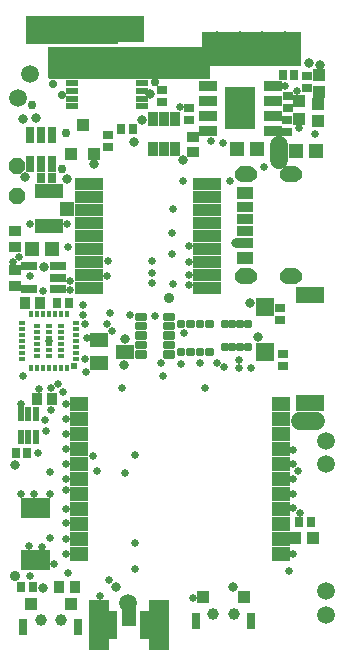
<source format=gbr>
G04 EAGLE Gerber RS-274X export*
G75*
%MOMM*%
%FSLAX34Y34*%
%LPD*%
%INSoldermask Top*%
%IPPOS*%
%AMOC8*
5,1,8,0,0,1.08239X$1,22.5*%
G01*
%ADD10R,5.446250X2.291250*%
%ADD11R,7.778750X2.381250*%
%ADD12R,0.903200X1.103200*%
%ADD13R,0.803200X0.903200*%
%ADD14R,0.803200X1.403200*%
%ADD15R,1.103200X1.003200*%
%ADD16C,1.003200*%
%ADD17R,1.003200X1.003200*%
%ADD18R,1.503200X0.903200*%
%ADD19R,2.603200X3.603200*%
%ADD20R,1.053200X0.503200*%
%ADD21R,0.820000X1.203200*%
%ADD22R,1.303200X1.203200*%
%ADD23R,1.103200X0.903200*%
%ADD24R,0.903200X0.803200*%
%ADD25R,1.374100X0.792300*%
%ADD26R,0.749000X1.453000*%
%ADD27P,1.429621X8X112.500000*%
%ADD28C,0.313534*%
%ADD29R,1.727200X4.267200*%
%ADD30R,1.219200X2.235200*%
%ADD31R,0.914400X2.336800*%
%ADD32R,1.603200X1.203200*%
%ADD33R,1.615000X1.235000*%
%ADD34R,0.600000X0.300000*%
%ADD35R,0.300000X0.600000*%
%ADD36R,0.500000X0.500000*%
%ADD37R,1.403200X1.003200*%
%ADD38R,1.403200X0.963200*%
%ADD39R,1.403200X0.903200*%
%ADD40R,0.613200X1.191600*%
%ADD41R,2.432300X1.341200*%
%ADD42R,1.603200X1.603200*%
%ADD43C,0.330503*%
%ADD44C,0.253150*%
%ADD45R,2.415000X1.035000*%
%ADD46R,2.403200X1.253200*%
%ADD47R,1.253200X1.203200*%
%ADD48R,1.203200X1.303200*%
%ADD49R,0.503200X1.653200*%
%ADD50C,1.524000*%
%ADD51R,0.653200X0.653200*%
%ADD52C,0.653200*%
%ADD53C,0.753200*%
%ADD54C,0.703200*%
%ADD55C,1.508000*%
%ADD56C,0.803200*%
%ADD57C,0.903200*%

G36*
X170635Y484523D02*
X170635Y484523D01*
X170710Y484536D01*
X170720Y484543D01*
X170730Y484545D01*
X170759Y484569D01*
X170830Y484617D01*
X171719Y485506D01*
X171759Y485571D01*
X171803Y485633D01*
X171805Y485645D01*
X171810Y485653D01*
X171814Y485690D01*
X171830Y485775D01*
X171830Y494920D01*
X247650Y494920D01*
X247724Y494937D01*
X247799Y494950D01*
X247809Y494957D01*
X247819Y494959D01*
X247848Y494983D01*
X247919Y495031D01*
X248300Y495412D01*
X248313Y495434D01*
X248333Y495450D01*
X248353Y495495D01*
X248384Y495539D01*
X248386Y495551D01*
X248391Y495559D01*
X248394Y495586D01*
X248404Y495608D01*
X248402Y495636D01*
X248411Y495681D01*
X248411Y523875D01*
X248400Y523925D01*
X248398Y523976D01*
X248380Y524008D01*
X248372Y524044D01*
X248339Y524083D01*
X248315Y524128D01*
X248285Y524149D01*
X248262Y524177D01*
X248215Y524198D01*
X248173Y524228D01*
X248131Y524236D01*
X248103Y524248D01*
X248073Y524247D01*
X248031Y524255D01*
X165735Y524255D01*
X165685Y524244D01*
X165634Y524242D01*
X165602Y524224D01*
X165566Y524216D01*
X165527Y524183D01*
X165482Y524159D01*
X165461Y524129D01*
X165433Y524106D01*
X165412Y524059D01*
X165382Y524017D01*
X165374Y523975D01*
X165362Y523947D01*
X165363Y523917D01*
X165355Y523875D01*
X165355Y511555D01*
X34925Y511555D01*
X34875Y511544D01*
X34824Y511542D01*
X34792Y511524D01*
X34756Y511516D01*
X34717Y511483D01*
X34672Y511459D01*
X34651Y511429D01*
X34623Y511406D01*
X34602Y511359D01*
X34572Y511317D01*
X34564Y511275D01*
X34552Y511247D01*
X34553Y511217D01*
X34545Y511175D01*
X34545Y486410D01*
X34560Y486346D01*
X34561Y486306D01*
X34570Y486290D01*
X34575Y486261D01*
X34582Y486251D01*
X34584Y486241D01*
X34608Y486212D01*
X34630Y486179D01*
X34644Y486154D01*
X34650Y486150D01*
X34656Y486141D01*
X36180Y484617D01*
X36245Y484577D01*
X36307Y484533D01*
X36319Y484531D01*
X36327Y484526D01*
X36364Y484522D01*
X36449Y484506D01*
X170561Y484506D01*
X170635Y484523D01*
G37*
G36*
X243159Y397333D02*
X243159Y397333D01*
X243161Y397331D01*
X244429Y397456D01*
X244434Y397461D01*
X244438Y397458D01*
X245658Y397828D01*
X245662Y397834D01*
X245667Y397831D01*
X246790Y398432D01*
X246793Y398439D01*
X246798Y398437D01*
X247783Y399246D01*
X247785Y399253D01*
X247790Y399253D01*
X248599Y400238D01*
X248599Y400245D01*
X248604Y400246D01*
X249205Y401369D01*
X249204Y401377D01*
X249208Y401378D01*
X249578Y402598D01*
X249576Y402604D01*
X249580Y402607D01*
X249705Y403875D01*
X249701Y403881D01*
X249705Y403885D01*
X249580Y405153D01*
X249575Y405158D01*
X249578Y405162D01*
X249208Y406382D01*
X249203Y406386D01*
X249205Y406391D01*
X248604Y407514D01*
X248597Y407517D01*
X248599Y407522D01*
X247790Y408507D01*
X247783Y408509D01*
X247783Y408514D01*
X246798Y409323D01*
X246791Y409323D01*
X246790Y409328D01*
X245667Y409929D01*
X245660Y409928D01*
X245658Y409932D01*
X244438Y410302D01*
X244432Y410300D01*
X244429Y410304D01*
X243161Y410429D01*
X243158Y410427D01*
X243156Y410429D01*
X237156Y410429D01*
X237153Y410427D01*
X237151Y410429D01*
X235883Y410304D01*
X235878Y410299D01*
X235874Y410302D01*
X234654Y409932D01*
X234650Y409927D01*
X234645Y409929D01*
X233522Y409328D01*
X233519Y409321D01*
X233514Y409323D01*
X232529Y408514D01*
X232527Y408507D01*
X232522Y408507D01*
X231713Y407522D01*
X231713Y407515D01*
X231708Y407514D01*
X231107Y406391D01*
X231108Y406384D01*
X231104Y406382D01*
X230734Y405162D01*
X230736Y405156D01*
X230732Y405153D01*
X230607Y403885D01*
X230611Y403879D01*
X230607Y403875D01*
X230732Y402607D01*
X230737Y402602D01*
X230734Y402598D01*
X231104Y401378D01*
X231110Y401374D01*
X231107Y401369D01*
X231708Y400246D01*
X231715Y400243D01*
X231713Y400238D01*
X232522Y399253D01*
X232529Y399251D01*
X232529Y399246D01*
X233514Y398437D01*
X233521Y398437D01*
X233522Y398432D01*
X234645Y397831D01*
X234653Y397832D01*
X234654Y397828D01*
X235874Y397458D01*
X235880Y397460D01*
X235883Y397456D01*
X237151Y397331D01*
X237154Y397333D01*
X237156Y397331D01*
X243156Y397331D01*
X243159Y397333D01*
G37*
G36*
X205159Y397333D02*
X205159Y397333D01*
X205161Y397331D01*
X206429Y397456D01*
X206434Y397461D01*
X206438Y397458D01*
X207658Y397828D01*
X207662Y397834D01*
X207667Y397831D01*
X208790Y398432D01*
X208793Y398439D01*
X208798Y398437D01*
X209783Y399246D01*
X209785Y399253D01*
X209790Y399253D01*
X210599Y400238D01*
X210599Y400245D01*
X210604Y400246D01*
X211205Y401369D01*
X211204Y401377D01*
X211208Y401378D01*
X211578Y402598D01*
X211576Y402604D01*
X211580Y402607D01*
X211705Y403875D01*
X211701Y403881D01*
X211705Y403885D01*
X211580Y405153D01*
X211575Y405158D01*
X211578Y405162D01*
X211208Y406382D01*
X211203Y406386D01*
X211205Y406391D01*
X210604Y407514D01*
X210597Y407517D01*
X210599Y407522D01*
X209790Y408507D01*
X209783Y408509D01*
X209783Y408514D01*
X208798Y409323D01*
X208791Y409323D01*
X208790Y409328D01*
X207667Y409929D01*
X207660Y409928D01*
X207658Y409932D01*
X206438Y410302D01*
X206432Y410300D01*
X206429Y410304D01*
X205161Y410429D01*
X205158Y410427D01*
X205156Y410429D01*
X199156Y410429D01*
X199153Y410427D01*
X199151Y410429D01*
X197883Y410304D01*
X197878Y410299D01*
X197874Y410302D01*
X196654Y409932D01*
X196650Y409927D01*
X196645Y409929D01*
X195522Y409328D01*
X195519Y409321D01*
X195514Y409323D01*
X194529Y408514D01*
X194527Y408507D01*
X194522Y408507D01*
X193713Y407522D01*
X193713Y407515D01*
X193708Y407514D01*
X193107Y406391D01*
X193108Y406384D01*
X193104Y406382D01*
X192734Y405162D01*
X192736Y405156D01*
X192732Y405153D01*
X192607Y403885D01*
X192611Y403879D01*
X192607Y403875D01*
X192732Y402607D01*
X192737Y402602D01*
X192734Y402598D01*
X193104Y401378D01*
X193110Y401374D01*
X193107Y401369D01*
X193708Y400246D01*
X193715Y400243D01*
X193713Y400238D01*
X194522Y399253D01*
X194529Y399251D01*
X194529Y399246D01*
X195514Y398437D01*
X195521Y398437D01*
X195522Y398432D01*
X196645Y397831D01*
X196653Y397832D01*
X196654Y397828D01*
X197874Y397458D01*
X197880Y397460D01*
X197883Y397456D01*
X199151Y397331D01*
X199154Y397333D01*
X199156Y397331D01*
X205156Y397331D01*
X205159Y397333D01*
G37*
G36*
X205159Y310933D02*
X205159Y310933D01*
X205161Y310931D01*
X206429Y311056D01*
X206434Y311061D01*
X206438Y311058D01*
X207658Y311428D01*
X207662Y311434D01*
X207667Y311431D01*
X208790Y312032D01*
X208793Y312039D01*
X208798Y312037D01*
X209783Y312846D01*
X209785Y312853D01*
X209790Y312853D01*
X210599Y313838D01*
X210599Y313845D01*
X210604Y313846D01*
X211205Y314969D01*
X211204Y314977D01*
X211208Y314978D01*
X211578Y316198D01*
X211576Y316204D01*
X211580Y316207D01*
X211705Y317475D01*
X211701Y317481D01*
X211705Y317485D01*
X211580Y318753D01*
X211575Y318758D01*
X211578Y318762D01*
X211208Y319982D01*
X211203Y319986D01*
X211205Y319991D01*
X210604Y321114D01*
X210597Y321117D01*
X210599Y321122D01*
X209790Y322107D01*
X209783Y322109D01*
X209783Y322114D01*
X208798Y322923D01*
X208791Y322923D01*
X208790Y322928D01*
X207667Y323529D01*
X207660Y323528D01*
X207658Y323532D01*
X206438Y323902D01*
X206432Y323900D01*
X206429Y323904D01*
X205161Y324029D01*
X205158Y324027D01*
X205156Y324029D01*
X199156Y324029D01*
X199153Y324027D01*
X199151Y324029D01*
X197883Y323904D01*
X197878Y323899D01*
X197874Y323902D01*
X196654Y323532D01*
X196650Y323527D01*
X196645Y323529D01*
X195522Y322928D01*
X195519Y322921D01*
X195514Y322923D01*
X194529Y322114D01*
X194527Y322107D01*
X194522Y322107D01*
X193713Y321122D01*
X193713Y321115D01*
X193708Y321114D01*
X193107Y319991D01*
X193108Y319984D01*
X193104Y319982D01*
X192734Y318762D01*
X192736Y318756D01*
X192732Y318753D01*
X192607Y317485D01*
X192611Y317479D01*
X192607Y317475D01*
X192732Y316207D01*
X192737Y316202D01*
X192734Y316198D01*
X193104Y314978D01*
X193110Y314974D01*
X193107Y314969D01*
X193708Y313846D01*
X193715Y313843D01*
X193713Y313838D01*
X194522Y312853D01*
X194529Y312851D01*
X194529Y312846D01*
X195514Y312037D01*
X195521Y312037D01*
X195522Y312032D01*
X196645Y311431D01*
X196653Y311432D01*
X196654Y311428D01*
X197874Y311058D01*
X197880Y311060D01*
X197883Y311056D01*
X199151Y310931D01*
X199154Y310933D01*
X199156Y310931D01*
X205156Y310931D01*
X205159Y310933D01*
G37*
G36*
X243159Y310933D02*
X243159Y310933D01*
X243161Y310931D01*
X244429Y311056D01*
X244434Y311061D01*
X244438Y311058D01*
X245658Y311428D01*
X245662Y311434D01*
X245667Y311431D01*
X246790Y312032D01*
X246793Y312039D01*
X246798Y312037D01*
X247783Y312846D01*
X247785Y312853D01*
X247790Y312853D01*
X248599Y313838D01*
X248599Y313845D01*
X248604Y313846D01*
X249205Y314969D01*
X249204Y314977D01*
X249208Y314978D01*
X249578Y316198D01*
X249576Y316204D01*
X249580Y316207D01*
X249705Y317475D01*
X249701Y317481D01*
X249705Y317485D01*
X249580Y318753D01*
X249575Y318758D01*
X249578Y318762D01*
X249208Y319982D01*
X249203Y319986D01*
X249205Y319991D01*
X248604Y321114D01*
X248597Y321117D01*
X248599Y321122D01*
X247790Y322107D01*
X247783Y322109D01*
X247783Y322114D01*
X246798Y322923D01*
X246791Y322923D01*
X246790Y322928D01*
X245667Y323529D01*
X245660Y323528D01*
X245658Y323532D01*
X244438Y323902D01*
X244432Y323900D01*
X244429Y323904D01*
X243161Y324029D01*
X243158Y324027D01*
X243156Y324029D01*
X237156Y324029D01*
X237153Y324027D01*
X237151Y324029D01*
X235883Y323904D01*
X235878Y323899D01*
X235874Y323902D01*
X234654Y323532D01*
X234650Y323527D01*
X234645Y323529D01*
X233522Y322928D01*
X233519Y322921D01*
X233514Y322923D01*
X232529Y322114D01*
X232527Y322107D01*
X232522Y322107D01*
X231713Y321122D01*
X231713Y321115D01*
X231708Y321114D01*
X231107Y319991D01*
X231108Y319984D01*
X231104Y319982D01*
X230734Y318762D01*
X230736Y318756D01*
X230732Y318753D01*
X230607Y317485D01*
X230611Y317479D01*
X230607Y317475D01*
X230732Y316207D01*
X230737Y316202D01*
X230734Y316198D01*
X231104Y314978D01*
X231110Y314974D01*
X231107Y314969D01*
X231708Y313846D01*
X231715Y313843D01*
X231713Y313838D01*
X232522Y312853D01*
X232529Y312851D01*
X232529Y312846D01*
X233514Y312037D01*
X233521Y312037D01*
X233522Y312032D01*
X234645Y311431D01*
X234653Y311432D01*
X234654Y311428D01*
X235874Y311058D01*
X235880Y311060D01*
X235883Y311056D01*
X237151Y310931D01*
X237154Y310933D01*
X237156Y310931D01*
X243156Y310931D01*
X243159Y310933D01*
G37*
D10*
X89164Y526325D03*
D11*
X54578Y526002D03*
D12*
X24933Y213170D03*
X37933Y213170D03*
D13*
X7129Y167513D03*
X17129Y167513D03*
D14*
X59767Y20035D03*
X13767Y20035D03*
D15*
X53767Y40035D03*
X19767Y40035D03*
D16*
X45267Y26035D03*
X28267Y26035D03*
D13*
X257222Y109474D03*
X247222Y109474D03*
D17*
X243770Y95631D03*
X258770Y95631D03*
D18*
X169985Y478536D03*
X169985Y465836D03*
X169985Y453136D03*
X169985Y440436D03*
X224985Y440436D03*
X224985Y453136D03*
X224985Y465836D03*
X224985Y478536D03*
D19*
X197485Y459486D03*
D20*
X54942Y480666D03*
X54942Y474166D03*
X54942Y467666D03*
X54942Y461166D03*
X114042Y461166D03*
X114042Y467666D03*
X114042Y474166D03*
X114042Y480666D03*
D21*
X142469Y450092D03*
X132969Y450092D03*
X123469Y450092D03*
X123469Y425446D03*
X132969Y425446D03*
X142469Y425446D03*
D22*
X261294Y423482D03*
X244294Y423482D03*
D23*
X157734Y435316D03*
X157734Y422316D03*
D24*
X237300Y439246D03*
X237300Y449246D03*
X237490Y460138D03*
X237490Y470138D03*
X130747Y475218D03*
X130747Y465218D03*
D22*
X211383Y425387D03*
X194383Y425387D03*
D17*
X247460Y465589D03*
X247460Y450589D03*
X263144Y463367D03*
X263144Y448367D03*
D13*
X96791Y441960D03*
X106791Y441960D03*
X233189Y487426D03*
X243189Y487426D03*
D25*
X43309Y306571D03*
X43309Y316071D03*
X43309Y325571D03*
X18317Y325571D03*
X18317Y306571D03*
D23*
X6541Y342369D03*
X6541Y355369D03*
D26*
X19012Y412189D03*
X28512Y412189D03*
X38012Y412189D03*
X38012Y437315D03*
X28512Y437315D03*
X19012Y437315D03*
D13*
X28338Y400685D03*
X38338Y400685D03*
D24*
X154242Y459533D03*
X154242Y449533D03*
D27*
X8001Y385001D03*
X8001Y410401D03*
D23*
X6541Y322476D03*
X6541Y309476D03*
D12*
X28090Y294640D03*
X15090Y294640D03*
D24*
X254064Y476521D03*
X254064Y486521D03*
D17*
X263716Y487941D03*
X263716Y472941D03*
D28*
X188853Y259280D02*
X188853Y255482D01*
X188853Y259280D02*
X192251Y259280D01*
X192251Y255482D01*
X188853Y255482D01*
X188853Y258460D02*
X192251Y258460D01*
X195353Y259280D02*
X195353Y255482D01*
X195353Y259280D02*
X198751Y259280D01*
X198751Y255482D01*
X195353Y255482D01*
X195353Y258460D02*
X198751Y258460D01*
X201853Y259280D02*
X201853Y255482D01*
X201853Y259280D02*
X205251Y259280D01*
X205251Y255482D01*
X201853Y255482D01*
X201853Y258460D02*
X205251Y258460D01*
X182353Y259280D02*
X182353Y255482D01*
X182353Y259280D02*
X185751Y259280D01*
X185751Y255482D01*
X182353Y255482D01*
X182353Y258460D02*
X185751Y258460D01*
X188853Y274882D02*
X188853Y278680D01*
X192251Y278680D01*
X192251Y274882D01*
X188853Y274882D01*
X188853Y277860D02*
X192251Y277860D01*
X195353Y278680D02*
X195353Y274882D01*
X195353Y278680D02*
X198751Y278680D01*
X198751Y274882D01*
X195353Y274882D01*
X195353Y277860D02*
X198751Y277860D01*
X201853Y278680D02*
X201853Y274882D01*
X201853Y278680D02*
X205251Y278680D01*
X205251Y274882D01*
X201853Y274882D01*
X201853Y277860D02*
X205251Y277860D01*
X182353Y278680D02*
X182353Y274882D01*
X182353Y278680D02*
X185751Y278680D01*
X185751Y274882D01*
X182353Y274882D01*
X182353Y277860D02*
X185751Y277860D01*
D29*
X77470Y22098D03*
X128270Y22098D03*
D30*
X102870Y32258D03*
D31*
X88916Y22352D03*
X116824Y22352D03*
D32*
X100027Y253492D03*
X78027Y243992D03*
X78027Y262992D03*
D33*
X231450Y209550D03*
X231450Y196850D03*
X231450Y184150D03*
X231450Y171450D03*
X231450Y158750D03*
X231450Y146050D03*
X231450Y133350D03*
X231450Y120650D03*
X231450Y107950D03*
X231450Y95250D03*
X231450Y82550D03*
X60650Y209550D03*
X60650Y196850D03*
X60650Y184150D03*
X60650Y171450D03*
X60650Y158750D03*
X60650Y146050D03*
X60650Y133350D03*
X60650Y120650D03*
X60650Y107950D03*
X60650Y95250D03*
X60650Y82550D03*
D34*
X58433Y247636D03*
X58433Y252636D03*
X58433Y257636D03*
X58433Y262636D03*
X58433Y267636D03*
X58433Y272636D03*
X58433Y277636D03*
D35*
X50433Y285636D03*
X45433Y285636D03*
X40433Y285636D03*
X35433Y285636D03*
X30433Y285636D03*
X25433Y285636D03*
X20433Y285636D03*
D34*
X12433Y277636D03*
X12433Y272636D03*
X12433Y267636D03*
X12433Y262636D03*
X12433Y257636D03*
X12433Y252636D03*
X12433Y247636D03*
D35*
X20433Y239636D03*
X25433Y239636D03*
X30433Y239636D03*
X35433Y239636D03*
X40433Y239636D03*
X45433Y239636D03*
X50433Y239636D03*
D36*
X56458Y241611D03*
D34*
X45433Y250136D03*
X35433Y250136D03*
X25433Y250136D03*
X45433Y255136D03*
X35433Y255136D03*
X25433Y255136D03*
X45433Y260136D03*
X35433Y260136D03*
X25433Y260136D03*
X45433Y265136D03*
X35433Y265136D03*
X25433Y265136D03*
X45433Y270136D03*
X35433Y270136D03*
X25433Y270136D03*
X45433Y275136D03*
X35433Y275136D03*
X25433Y275136D03*
D14*
X206134Y25496D03*
X160134Y25496D03*
D15*
X200134Y45496D03*
X166134Y45496D03*
D16*
X191634Y31496D03*
X174634Y31496D03*
D37*
X201356Y333180D03*
X201356Y388180D03*
D38*
X201356Y345480D03*
X201356Y375880D03*
D39*
X201356Y355680D03*
X201356Y365680D03*
D40*
X11407Y180923D03*
X17907Y180923D03*
X24407Y180923D03*
X24407Y200331D03*
X17907Y200331D03*
X11407Y200331D03*
D13*
X42117Y294640D03*
X52117Y294640D03*
D24*
X231394Y280623D03*
X231394Y290623D03*
X233426Y241253D03*
X233426Y251253D03*
D13*
X11637Y54229D03*
X21637Y54229D03*
D12*
X57300Y53975D03*
X44300Y53975D03*
D41*
X256032Y209949D03*
X256032Y301861D03*
D42*
X218313Y253161D03*
X218313Y291161D03*
D17*
X54381Y421070D03*
X73381Y421070D03*
X63881Y445070D03*
D24*
X85090Y437054D03*
X85090Y427054D03*
D43*
X169394Y254913D02*
X169394Y251185D01*
X169394Y254913D02*
X173122Y254913D01*
X173122Y251185D01*
X169394Y251185D01*
X169394Y254325D02*
X173122Y254325D01*
X161394Y254913D02*
X161394Y251185D01*
X161394Y254913D02*
X165122Y254913D01*
X165122Y251185D01*
X161394Y251185D01*
X161394Y254325D02*
X165122Y254325D01*
X153394Y254913D02*
X153394Y251185D01*
X153394Y254913D02*
X157122Y254913D01*
X157122Y251185D01*
X153394Y251185D01*
X153394Y254325D02*
X157122Y254325D01*
X145394Y254913D02*
X145394Y251185D01*
X145394Y254913D02*
X149122Y254913D01*
X149122Y251185D01*
X145394Y251185D01*
X145394Y254325D02*
X149122Y254325D01*
X145194Y275185D02*
X145194Y278913D01*
X148922Y278913D01*
X148922Y275185D01*
X145194Y275185D01*
X145194Y278325D02*
X148922Y278325D01*
X153394Y278913D02*
X153394Y275185D01*
X153394Y278913D02*
X157122Y278913D01*
X157122Y275185D01*
X153394Y275185D01*
X153394Y278325D02*
X157122Y278325D01*
X161394Y278913D02*
X161394Y275185D01*
X161394Y278913D02*
X165122Y278913D01*
X165122Y275185D01*
X161394Y275185D01*
X161394Y278325D02*
X165122Y278325D01*
X169394Y278913D02*
X169394Y275185D01*
X169394Y278913D02*
X173122Y278913D01*
X173122Y275185D01*
X169394Y275185D01*
X169394Y278325D02*
X173122Y278325D01*
D44*
X116464Y281212D02*
X116464Y285712D01*
X116464Y281212D02*
X108964Y281212D01*
X108964Y285712D01*
X116464Y285712D01*
X116464Y283617D02*
X108964Y283617D01*
X116464Y277712D02*
X116464Y273212D01*
X108964Y273212D01*
X108964Y277712D01*
X116464Y277712D01*
X116464Y275617D02*
X108964Y275617D01*
X116464Y269712D02*
X116464Y265212D01*
X108964Y265212D01*
X108964Y269712D01*
X116464Y269712D01*
X116464Y267617D02*
X108964Y267617D01*
X116464Y261712D02*
X116464Y257212D01*
X108964Y257212D01*
X108964Y261712D01*
X116464Y261712D01*
X116464Y259617D02*
X108964Y259617D01*
X116464Y253712D02*
X116464Y249212D01*
X108964Y249212D01*
X108964Y253712D01*
X116464Y253712D01*
X116464Y251617D02*
X108964Y251617D01*
X140464Y253712D02*
X140464Y249212D01*
X132964Y249212D01*
X132964Y253712D01*
X140464Y253712D01*
X140464Y251617D02*
X132964Y251617D01*
X140464Y257212D02*
X140464Y261712D01*
X140464Y257212D02*
X132964Y257212D01*
X132964Y261712D01*
X140464Y261712D01*
X140464Y259617D02*
X132964Y259617D01*
X140464Y265212D02*
X140464Y269712D01*
X140464Y265212D02*
X132964Y265212D01*
X132964Y269712D01*
X140464Y269712D01*
X140464Y267617D02*
X132964Y267617D01*
X140464Y273212D02*
X140464Y277712D01*
X140464Y273212D02*
X132964Y273212D01*
X132964Y277712D01*
X140464Y277712D01*
X140464Y275617D02*
X132964Y275617D01*
X140464Y281212D02*
X140464Y285712D01*
X140464Y281212D02*
X132964Y281212D01*
X132964Y285712D01*
X140464Y285712D01*
X140464Y283617D02*
X132964Y283617D01*
D45*
X168999Y307409D03*
X168999Y318409D03*
X168999Y329409D03*
X168999Y340409D03*
X168999Y351409D03*
X168999Y362409D03*
X168999Y373409D03*
X168999Y384409D03*
X168999Y395409D03*
X68999Y395409D03*
X68999Y384409D03*
X68999Y373409D03*
X68999Y362409D03*
X68999Y351409D03*
X68999Y340409D03*
X68999Y329409D03*
X68999Y318409D03*
X68999Y307409D03*
D46*
X35052Y359900D03*
X35052Y389400D03*
D47*
X50302Y374650D03*
D48*
X21218Y340614D03*
X38218Y340614D03*
D49*
X14130Y76810D03*
X19130Y76810D03*
X24130Y76810D03*
X29130Y76810D03*
X34130Y76810D03*
X34130Y121310D03*
X29130Y121310D03*
X24130Y121310D03*
X19130Y121310D03*
X14130Y121310D03*
D50*
X230378Y415544D02*
X230378Y428752D01*
X247904Y194818D02*
X261112Y194818D01*
D51*
X205105Y446786D03*
X189865Y446786D03*
X194945Y446786D03*
X200025Y446786D03*
X205105Y462026D03*
X205105Y467106D03*
X205105Y456946D03*
X205105Y451866D03*
X205105Y472186D03*
X200025Y451866D03*
X194945Y451866D03*
X189865Y451866D03*
X200025Y456946D03*
X194945Y456946D03*
X189865Y456946D03*
X200025Y462026D03*
X194945Y462026D03*
X189865Y462026D03*
X200025Y467106D03*
X194945Y467106D03*
X189865Y467106D03*
X200025Y472186D03*
X194945Y472186D03*
X189865Y472186D03*
D52*
X146025Y460324D03*
X182944Y429959D03*
D53*
X125222Y481711D03*
D54*
X46482Y471170D03*
D52*
X78232Y46228D03*
D55*
X128270Y26162D03*
X9271Y468122D03*
D52*
X53086Y313309D03*
X49911Y196850D03*
X49911Y95250D03*
X122682Y311404D03*
X238506Y68072D03*
X32639Y186563D03*
X245999Y152273D03*
X149098Y398272D03*
X217678Y409448D03*
X177237Y244029D03*
X196342Y239522D03*
X140462Y311150D03*
X139954Y336296D03*
X139954Y354330D03*
X140716Y374396D03*
X150114Y268986D03*
X167132Y222504D03*
X97282Y222504D03*
X99568Y151130D03*
X107950Y165608D03*
X36585Y95358D03*
X36585Y133350D03*
X13208Y232664D03*
X30734Y304546D03*
X35560Y262636D03*
X4572Y329692D03*
X154178Y309626D03*
D53*
X21082Y462661D03*
D55*
X19050Y488950D03*
D52*
X49911Y209550D03*
D56*
X255778Y497967D03*
D52*
X26281Y167865D03*
X196596Y246761D03*
X10414Y333883D03*
X163576Y243781D03*
X64008Y292608D03*
D56*
X6350Y157260D03*
D52*
X19050Y317500D03*
D57*
X6350Y63500D03*
D52*
X247866Y116624D03*
X49911Y184150D03*
X242189Y170180D03*
D55*
X102616Y40894D03*
D52*
X49911Y82550D03*
D55*
X46736Y501650D03*
X69469Y501904D03*
X88900Y501650D03*
X111125Y501650D03*
X130175Y501650D03*
X149225Y501650D03*
X177800Y517525D03*
X196850Y517525D03*
X215900Y517525D03*
X234950Y517525D03*
D56*
X107061Y430784D03*
D52*
X124958Y283813D03*
D54*
X38597Y480367D03*
D56*
X120705Y471487D03*
D55*
X269875Y177800D03*
X269875Y158750D03*
X269621Y50673D03*
X269875Y30861D03*
D56*
X148680Y415888D03*
X114300Y449816D03*
D53*
X46736Y408178D03*
D56*
X73279Y411988D03*
X99872Y263881D03*
X14965Y401574D03*
X13441Y450850D03*
D52*
X218313Y253161D03*
X172942Y431514D03*
X235070Y478729D03*
X247396Y442976D03*
X245654Y474486D03*
X260350Y438150D03*
X188468Y397637D03*
D56*
X205486Y294640D03*
X193675Y345440D03*
D57*
X136652Y298704D03*
D52*
X51181Y342392D03*
D56*
X31082Y325374D03*
D52*
X67438Y265049D03*
D56*
X24569Y451289D03*
X50800Y400050D03*
D53*
X50166Y438403D03*
D52*
X242189Y120904D03*
D56*
X264541Y496443D03*
D52*
X242189Y82550D03*
D56*
X191008Y53975D03*
X92075Y53975D03*
X30400Y53721D03*
D52*
X51653Y65659D03*
X36882Y203709D03*
X11684Y209550D03*
X47684Y219642D03*
X49911Y120650D03*
X49911Y108204D03*
X242189Y133350D03*
X242189Y145796D03*
X242189Y158750D03*
X49911Y158750D03*
X26543Y221497D03*
X43449Y225797D03*
X103886Y284162D03*
D56*
X211975Y265950D03*
D52*
X206027Y239807D03*
X88832Y271090D03*
X49911Y171450D03*
X157734Y45280D03*
D56*
X99060Y242189D03*
D52*
X53150Y305426D03*
X49911Y136525D03*
X183261Y240284D03*
X147512Y243267D03*
X129921Y243629D03*
X131572Y232481D03*
X49911Y146050D03*
X50842Y361950D03*
X19050Y361950D03*
X154178Y318770D03*
X122428Y319786D03*
X84845Y317754D03*
X87190Y286004D03*
X64262Y284548D03*
X66223Y247504D03*
X72499Y165100D03*
X107950Y69850D03*
X18610Y88900D03*
X86313Y59991D03*
X154178Y329438D03*
X122936Y329946D03*
X85031Y329946D03*
X84464Y276878D03*
X66268Y276580D03*
X66901Y236344D03*
X76200Y152400D03*
X107950Y91880D03*
X19650Y63500D03*
X11870Y133350D03*
X36830Y222460D03*
X39484Y73508D03*
X36322Y151257D03*
X32063Y196021D03*
X23102Y132842D03*
X29210Y87884D03*
X153856Y342900D03*
M02*

</source>
